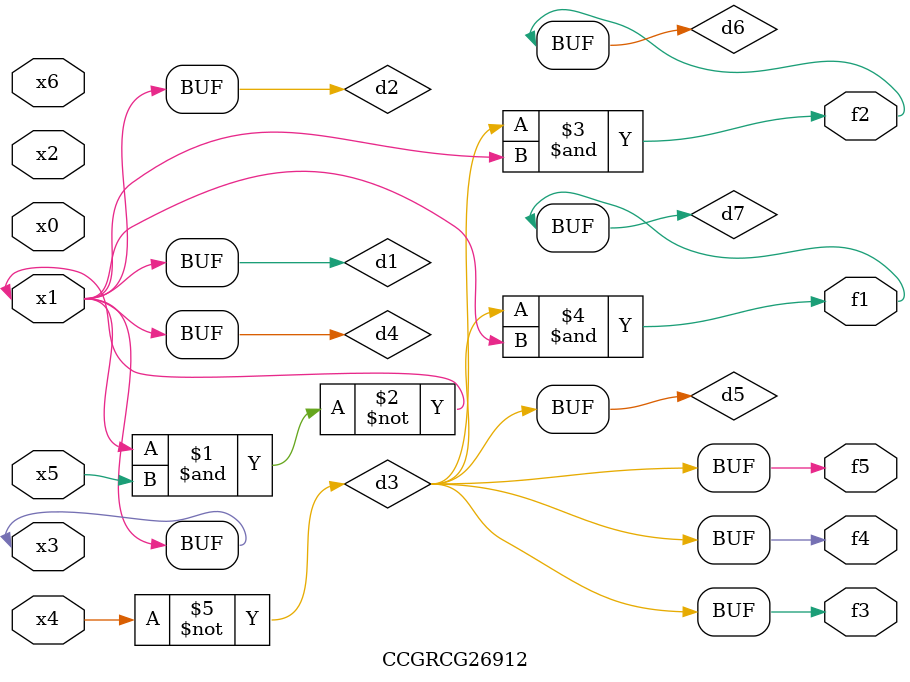
<source format=v>
module CCGRCG26912(
	input x0, x1, x2, x3, x4, x5, x6,
	output f1, f2, f3, f4, f5
);

	wire d1, d2, d3, d4, d5, d6, d7;

	buf (d1, x1, x3);
	nand (d2, x1, x5);
	not (d3, x4);
	buf (d4, d1, d2);
	buf (d5, d3);
	and (d6, d3, d4);
	and (d7, d3, d4);
	assign f1 = d7;
	assign f2 = d6;
	assign f3 = d5;
	assign f4 = d5;
	assign f5 = d5;
endmodule

</source>
